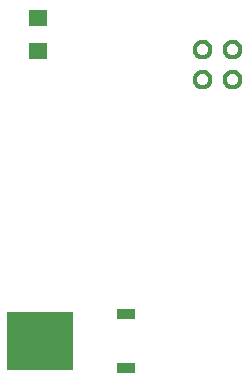
<source format=gtp>
G04 EAGLE Gerber X2 export*
%TF.Part,Single*%
%TF.FileFunction,Other,Top Paste*%
%TF.FilePolarity,Positive*%
%TF.GenerationSoftware,Autodesk,EAGLE,9.1.0*%
%TF.CreationDate,2018-12-28T14:04:56Z*%
G75*
%MOMM*%
%FSLAX34Y34*%
%LPD*%
%AMOC8*
5,1,8,0,0,1.08239X$1,22.5*%
G01*
%ADD10C,0.304800*%
%ADD11R,1.643000X1.440000*%
%ADD12R,5.692000X4.892000*%
%ADD13R,1.498400X0.898400*%


D10*
X176276Y398780D02*
X176278Y398942D01*
X176284Y399104D01*
X176294Y399266D01*
X176308Y399427D01*
X176326Y399588D01*
X176347Y399749D01*
X176373Y399909D01*
X176403Y400068D01*
X176436Y400227D01*
X176474Y400385D01*
X176515Y400541D01*
X176560Y400697D01*
X176609Y400852D01*
X176662Y401005D01*
X176719Y401157D01*
X176779Y401307D01*
X176843Y401456D01*
X176910Y401604D01*
X176981Y401749D01*
X177056Y401893D01*
X177134Y402035D01*
X177216Y402175D01*
X177301Y402313D01*
X177389Y402449D01*
X177481Y402583D01*
X177576Y402714D01*
X177674Y402843D01*
X177775Y402970D01*
X177879Y403094D01*
X177987Y403215D01*
X178097Y403334D01*
X178210Y403450D01*
X178326Y403563D01*
X178445Y403673D01*
X178566Y403781D01*
X178690Y403885D01*
X178817Y403986D01*
X178946Y404084D01*
X179077Y404179D01*
X179211Y404271D01*
X179347Y404359D01*
X179485Y404444D01*
X179625Y404526D01*
X179767Y404604D01*
X179911Y404679D01*
X180056Y404750D01*
X180204Y404817D01*
X180353Y404881D01*
X180503Y404941D01*
X180655Y404998D01*
X180808Y405051D01*
X180963Y405100D01*
X181119Y405145D01*
X181275Y405186D01*
X181433Y405224D01*
X181592Y405257D01*
X181751Y405287D01*
X181911Y405313D01*
X182072Y405334D01*
X182233Y405352D01*
X182394Y405366D01*
X182556Y405376D01*
X182718Y405382D01*
X182880Y405384D01*
X183042Y405382D01*
X183204Y405376D01*
X183366Y405366D01*
X183527Y405352D01*
X183688Y405334D01*
X183849Y405313D01*
X184009Y405287D01*
X184168Y405257D01*
X184327Y405224D01*
X184485Y405186D01*
X184641Y405145D01*
X184797Y405100D01*
X184952Y405051D01*
X185105Y404998D01*
X185257Y404941D01*
X185407Y404881D01*
X185556Y404817D01*
X185704Y404750D01*
X185849Y404679D01*
X185993Y404604D01*
X186135Y404526D01*
X186275Y404444D01*
X186413Y404359D01*
X186549Y404271D01*
X186683Y404179D01*
X186814Y404084D01*
X186943Y403986D01*
X187070Y403885D01*
X187194Y403781D01*
X187315Y403673D01*
X187434Y403563D01*
X187550Y403450D01*
X187663Y403334D01*
X187773Y403215D01*
X187881Y403094D01*
X187985Y402970D01*
X188086Y402843D01*
X188184Y402714D01*
X188279Y402583D01*
X188371Y402449D01*
X188459Y402313D01*
X188544Y402175D01*
X188626Y402035D01*
X188704Y401893D01*
X188779Y401749D01*
X188850Y401604D01*
X188917Y401456D01*
X188981Y401307D01*
X189041Y401157D01*
X189098Y401005D01*
X189151Y400852D01*
X189200Y400697D01*
X189245Y400541D01*
X189286Y400385D01*
X189324Y400227D01*
X189357Y400068D01*
X189387Y399909D01*
X189413Y399749D01*
X189434Y399588D01*
X189452Y399427D01*
X189466Y399266D01*
X189476Y399104D01*
X189482Y398942D01*
X189484Y398780D01*
X189482Y398618D01*
X189476Y398456D01*
X189466Y398294D01*
X189452Y398133D01*
X189434Y397972D01*
X189413Y397811D01*
X189387Y397651D01*
X189357Y397492D01*
X189324Y397333D01*
X189286Y397175D01*
X189245Y397019D01*
X189200Y396863D01*
X189151Y396708D01*
X189098Y396555D01*
X189041Y396403D01*
X188981Y396253D01*
X188917Y396104D01*
X188850Y395956D01*
X188779Y395811D01*
X188704Y395667D01*
X188626Y395525D01*
X188544Y395385D01*
X188459Y395247D01*
X188371Y395111D01*
X188279Y394977D01*
X188184Y394846D01*
X188086Y394717D01*
X187985Y394590D01*
X187881Y394466D01*
X187773Y394345D01*
X187663Y394226D01*
X187550Y394110D01*
X187434Y393997D01*
X187315Y393887D01*
X187194Y393779D01*
X187070Y393675D01*
X186943Y393574D01*
X186814Y393476D01*
X186683Y393381D01*
X186549Y393289D01*
X186413Y393201D01*
X186275Y393116D01*
X186135Y393034D01*
X185993Y392956D01*
X185849Y392881D01*
X185704Y392810D01*
X185556Y392743D01*
X185407Y392679D01*
X185257Y392619D01*
X185105Y392562D01*
X184952Y392509D01*
X184797Y392460D01*
X184641Y392415D01*
X184485Y392374D01*
X184327Y392336D01*
X184168Y392303D01*
X184009Y392273D01*
X183849Y392247D01*
X183688Y392226D01*
X183527Y392208D01*
X183366Y392194D01*
X183204Y392184D01*
X183042Y392178D01*
X182880Y392176D01*
X182718Y392178D01*
X182556Y392184D01*
X182394Y392194D01*
X182233Y392208D01*
X182072Y392226D01*
X181911Y392247D01*
X181751Y392273D01*
X181592Y392303D01*
X181433Y392336D01*
X181275Y392374D01*
X181119Y392415D01*
X180963Y392460D01*
X180808Y392509D01*
X180655Y392562D01*
X180503Y392619D01*
X180353Y392679D01*
X180204Y392743D01*
X180056Y392810D01*
X179911Y392881D01*
X179767Y392956D01*
X179625Y393034D01*
X179485Y393116D01*
X179347Y393201D01*
X179211Y393289D01*
X179077Y393381D01*
X178946Y393476D01*
X178817Y393574D01*
X178690Y393675D01*
X178566Y393779D01*
X178445Y393887D01*
X178326Y393997D01*
X178210Y394110D01*
X178097Y394226D01*
X177987Y394345D01*
X177879Y394466D01*
X177775Y394590D01*
X177674Y394717D01*
X177576Y394846D01*
X177481Y394977D01*
X177389Y395111D01*
X177301Y395247D01*
X177216Y395385D01*
X177134Y395525D01*
X177056Y395667D01*
X176981Y395811D01*
X176910Y395956D01*
X176843Y396104D01*
X176779Y396253D01*
X176719Y396403D01*
X176662Y396555D01*
X176609Y396708D01*
X176560Y396863D01*
X176515Y397019D01*
X176474Y397175D01*
X176436Y397333D01*
X176403Y397492D01*
X176373Y397651D01*
X176347Y397811D01*
X176326Y397972D01*
X176308Y398133D01*
X176294Y398294D01*
X176284Y398456D01*
X176278Y398618D01*
X176276Y398780D01*
X201657Y398780D02*
X201659Y398943D01*
X201665Y399105D01*
X201675Y399267D01*
X201689Y399429D01*
X201707Y399591D01*
X201729Y399752D01*
X201755Y399912D01*
X201784Y400072D01*
X201818Y400231D01*
X201855Y400389D01*
X201897Y400546D01*
X201942Y400703D01*
X201991Y400858D01*
X202044Y401011D01*
X202101Y401164D01*
X202161Y401315D01*
X202225Y401464D01*
X202293Y401612D01*
X202364Y401758D01*
X202439Y401902D01*
X202517Y402044D01*
X202599Y402185D01*
X202685Y402323D01*
X202773Y402460D01*
X202865Y402594D01*
X202960Y402725D01*
X203059Y402855D01*
X203160Y402982D01*
X203265Y403106D01*
X203373Y403228D01*
X203483Y403347D01*
X203597Y403463D01*
X203713Y403577D01*
X203832Y403687D01*
X203954Y403795D01*
X204078Y403900D01*
X204205Y404001D01*
X204335Y404100D01*
X204466Y404195D01*
X204600Y404287D01*
X204737Y404375D01*
X204875Y404461D01*
X205016Y404543D01*
X205158Y404621D01*
X205302Y404696D01*
X205448Y404767D01*
X205596Y404835D01*
X205745Y404899D01*
X205896Y404959D01*
X206049Y405016D01*
X206202Y405069D01*
X206357Y405118D01*
X206514Y405163D01*
X206671Y405205D01*
X206829Y405242D01*
X206988Y405276D01*
X207148Y405305D01*
X207308Y405331D01*
X207469Y405353D01*
X207631Y405371D01*
X207793Y405385D01*
X207955Y405395D01*
X208117Y405401D01*
X208280Y405403D01*
X208443Y405401D01*
X208605Y405395D01*
X208767Y405385D01*
X208929Y405371D01*
X209091Y405353D01*
X209252Y405331D01*
X209412Y405305D01*
X209572Y405276D01*
X209731Y405242D01*
X209889Y405205D01*
X210046Y405163D01*
X210203Y405118D01*
X210358Y405069D01*
X210511Y405016D01*
X210664Y404959D01*
X210815Y404899D01*
X210964Y404835D01*
X211112Y404767D01*
X211258Y404696D01*
X211402Y404621D01*
X211544Y404543D01*
X211685Y404461D01*
X211823Y404375D01*
X211960Y404287D01*
X212094Y404195D01*
X212225Y404100D01*
X212355Y404001D01*
X212482Y403900D01*
X212606Y403795D01*
X212728Y403687D01*
X212847Y403577D01*
X212963Y403463D01*
X213077Y403347D01*
X213187Y403228D01*
X213295Y403106D01*
X213400Y402982D01*
X213501Y402855D01*
X213600Y402725D01*
X213695Y402594D01*
X213787Y402460D01*
X213875Y402323D01*
X213961Y402185D01*
X214043Y402044D01*
X214121Y401902D01*
X214196Y401758D01*
X214267Y401612D01*
X214335Y401464D01*
X214399Y401315D01*
X214459Y401164D01*
X214516Y401011D01*
X214569Y400858D01*
X214618Y400703D01*
X214663Y400546D01*
X214705Y400389D01*
X214742Y400231D01*
X214776Y400072D01*
X214805Y399912D01*
X214831Y399752D01*
X214853Y399591D01*
X214871Y399429D01*
X214885Y399267D01*
X214895Y399105D01*
X214901Y398943D01*
X214903Y398780D01*
X214901Y398617D01*
X214895Y398455D01*
X214885Y398293D01*
X214871Y398131D01*
X214853Y397969D01*
X214831Y397808D01*
X214805Y397648D01*
X214776Y397488D01*
X214742Y397329D01*
X214705Y397171D01*
X214663Y397014D01*
X214618Y396857D01*
X214569Y396702D01*
X214516Y396549D01*
X214459Y396396D01*
X214399Y396245D01*
X214335Y396096D01*
X214267Y395948D01*
X214196Y395802D01*
X214121Y395658D01*
X214043Y395516D01*
X213961Y395375D01*
X213875Y395237D01*
X213787Y395100D01*
X213695Y394966D01*
X213600Y394835D01*
X213501Y394705D01*
X213400Y394578D01*
X213295Y394454D01*
X213187Y394332D01*
X213077Y394213D01*
X212963Y394097D01*
X212847Y393983D01*
X212728Y393873D01*
X212606Y393765D01*
X212482Y393660D01*
X212355Y393559D01*
X212225Y393460D01*
X212094Y393365D01*
X211960Y393273D01*
X211823Y393185D01*
X211685Y393099D01*
X211544Y393017D01*
X211402Y392939D01*
X211258Y392864D01*
X211112Y392793D01*
X210964Y392725D01*
X210815Y392661D01*
X210664Y392601D01*
X210511Y392544D01*
X210358Y392491D01*
X210203Y392442D01*
X210046Y392397D01*
X209889Y392355D01*
X209731Y392318D01*
X209572Y392284D01*
X209412Y392255D01*
X209252Y392229D01*
X209091Y392207D01*
X208929Y392189D01*
X208767Y392175D01*
X208605Y392165D01*
X208443Y392159D01*
X208280Y392157D01*
X208117Y392159D01*
X207955Y392165D01*
X207793Y392175D01*
X207631Y392189D01*
X207469Y392207D01*
X207308Y392229D01*
X207148Y392255D01*
X206988Y392284D01*
X206829Y392318D01*
X206671Y392355D01*
X206514Y392397D01*
X206357Y392442D01*
X206202Y392491D01*
X206049Y392544D01*
X205896Y392601D01*
X205745Y392661D01*
X205596Y392725D01*
X205448Y392793D01*
X205302Y392864D01*
X205158Y392939D01*
X205016Y393017D01*
X204875Y393099D01*
X204737Y393185D01*
X204600Y393273D01*
X204466Y393365D01*
X204335Y393460D01*
X204205Y393559D01*
X204078Y393660D01*
X203954Y393765D01*
X203832Y393873D01*
X203713Y393983D01*
X203597Y394097D01*
X203483Y394213D01*
X203373Y394332D01*
X203265Y394454D01*
X203160Y394578D01*
X203059Y394705D01*
X202960Y394835D01*
X202865Y394966D01*
X202773Y395100D01*
X202685Y395237D01*
X202599Y395375D01*
X202517Y395516D01*
X202439Y395658D01*
X202364Y395802D01*
X202293Y395948D01*
X202225Y396096D01*
X202161Y396245D01*
X202101Y396396D01*
X202044Y396549D01*
X201991Y396702D01*
X201942Y396857D01*
X201897Y397014D01*
X201855Y397171D01*
X201818Y397329D01*
X201784Y397488D01*
X201755Y397648D01*
X201729Y397808D01*
X201707Y397969D01*
X201689Y398131D01*
X201675Y398293D01*
X201665Y398455D01*
X201659Y398617D01*
X201657Y398780D01*
X176276Y424180D02*
X176278Y424342D01*
X176284Y424504D01*
X176294Y424666D01*
X176308Y424827D01*
X176326Y424988D01*
X176347Y425149D01*
X176373Y425309D01*
X176403Y425468D01*
X176436Y425627D01*
X176474Y425785D01*
X176515Y425941D01*
X176560Y426097D01*
X176609Y426252D01*
X176662Y426405D01*
X176719Y426557D01*
X176779Y426707D01*
X176843Y426856D01*
X176910Y427004D01*
X176981Y427149D01*
X177056Y427293D01*
X177134Y427435D01*
X177216Y427575D01*
X177301Y427713D01*
X177389Y427849D01*
X177481Y427983D01*
X177576Y428114D01*
X177674Y428243D01*
X177775Y428370D01*
X177879Y428494D01*
X177987Y428615D01*
X178097Y428734D01*
X178210Y428850D01*
X178326Y428963D01*
X178445Y429073D01*
X178566Y429181D01*
X178690Y429285D01*
X178817Y429386D01*
X178946Y429484D01*
X179077Y429579D01*
X179211Y429671D01*
X179347Y429759D01*
X179485Y429844D01*
X179625Y429926D01*
X179767Y430004D01*
X179911Y430079D01*
X180056Y430150D01*
X180204Y430217D01*
X180353Y430281D01*
X180503Y430341D01*
X180655Y430398D01*
X180808Y430451D01*
X180963Y430500D01*
X181119Y430545D01*
X181275Y430586D01*
X181433Y430624D01*
X181592Y430657D01*
X181751Y430687D01*
X181911Y430713D01*
X182072Y430734D01*
X182233Y430752D01*
X182394Y430766D01*
X182556Y430776D01*
X182718Y430782D01*
X182880Y430784D01*
X183042Y430782D01*
X183204Y430776D01*
X183366Y430766D01*
X183527Y430752D01*
X183688Y430734D01*
X183849Y430713D01*
X184009Y430687D01*
X184168Y430657D01*
X184327Y430624D01*
X184485Y430586D01*
X184641Y430545D01*
X184797Y430500D01*
X184952Y430451D01*
X185105Y430398D01*
X185257Y430341D01*
X185407Y430281D01*
X185556Y430217D01*
X185704Y430150D01*
X185849Y430079D01*
X185993Y430004D01*
X186135Y429926D01*
X186275Y429844D01*
X186413Y429759D01*
X186549Y429671D01*
X186683Y429579D01*
X186814Y429484D01*
X186943Y429386D01*
X187070Y429285D01*
X187194Y429181D01*
X187315Y429073D01*
X187434Y428963D01*
X187550Y428850D01*
X187663Y428734D01*
X187773Y428615D01*
X187881Y428494D01*
X187985Y428370D01*
X188086Y428243D01*
X188184Y428114D01*
X188279Y427983D01*
X188371Y427849D01*
X188459Y427713D01*
X188544Y427575D01*
X188626Y427435D01*
X188704Y427293D01*
X188779Y427149D01*
X188850Y427004D01*
X188917Y426856D01*
X188981Y426707D01*
X189041Y426557D01*
X189098Y426405D01*
X189151Y426252D01*
X189200Y426097D01*
X189245Y425941D01*
X189286Y425785D01*
X189324Y425627D01*
X189357Y425468D01*
X189387Y425309D01*
X189413Y425149D01*
X189434Y424988D01*
X189452Y424827D01*
X189466Y424666D01*
X189476Y424504D01*
X189482Y424342D01*
X189484Y424180D01*
X189482Y424018D01*
X189476Y423856D01*
X189466Y423694D01*
X189452Y423533D01*
X189434Y423372D01*
X189413Y423211D01*
X189387Y423051D01*
X189357Y422892D01*
X189324Y422733D01*
X189286Y422575D01*
X189245Y422419D01*
X189200Y422263D01*
X189151Y422108D01*
X189098Y421955D01*
X189041Y421803D01*
X188981Y421653D01*
X188917Y421504D01*
X188850Y421356D01*
X188779Y421211D01*
X188704Y421067D01*
X188626Y420925D01*
X188544Y420785D01*
X188459Y420647D01*
X188371Y420511D01*
X188279Y420377D01*
X188184Y420246D01*
X188086Y420117D01*
X187985Y419990D01*
X187881Y419866D01*
X187773Y419745D01*
X187663Y419626D01*
X187550Y419510D01*
X187434Y419397D01*
X187315Y419287D01*
X187194Y419179D01*
X187070Y419075D01*
X186943Y418974D01*
X186814Y418876D01*
X186683Y418781D01*
X186549Y418689D01*
X186413Y418601D01*
X186275Y418516D01*
X186135Y418434D01*
X185993Y418356D01*
X185849Y418281D01*
X185704Y418210D01*
X185556Y418143D01*
X185407Y418079D01*
X185257Y418019D01*
X185105Y417962D01*
X184952Y417909D01*
X184797Y417860D01*
X184641Y417815D01*
X184485Y417774D01*
X184327Y417736D01*
X184168Y417703D01*
X184009Y417673D01*
X183849Y417647D01*
X183688Y417626D01*
X183527Y417608D01*
X183366Y417594D01*
X183204Y417584D01*
X183042Y417578D01*
X182880Y417576D01*
X182718Y417578D01*
X182556Y417584D01*
X182394Y417594D01*
X182233Y417608D01*
X182072Y417626D01*
X181911Y417647D01*
X181751Y417673D01*
X181592Y417703D01*
X181433Y417736D01*
X181275Y417774D01*
X181119Y417815D01*
X180963Y417860D01*
X180808Y417909D01*
X180655Y417962D01*
X180503Y418019D01*
X180353Y418079D01*
X180204Y418143D01*
X180056Y418210D01*
X179911Y418281D01*
X179767Y418356D01*
X179625Y418434D01*
X179485Y418516D01*
X179347Y418601D01*
X179211Y418689D01*
X179077Y418781D01*
X178946Y418876D01*
X178817Y418974D01*
X178690Y419075D01*
X178566Y419179D01*
X178445Y419287D01*
X178326Y419397D01*
X178210Y419510D01*
X178097Y419626D01*
X177987Y419745D01*
X177879Y419866D01*
X177775Y419990D01*
X177674Y420117D01*
X177576Y420246D01*
X177481Y420377D01*
X177389Y420511D01*
X177301Y420647D01*
X177216Y420785D01*
X177134Y420925D01*
X177056Y421067D01*
X176981Y421211D01*
X176910Y421356D01*
X176843Y421504D01*
X176779Y421653D01*
X176719Y421803D01*
X176662Y421955D01*
X176609Y422108D01*
X176560Y422263D01*
X176515Y422419D01*
X176474Y422575D01*
X176436Y422733D01*
X176403Y422892D01*
X176373Y423051D01*
X176347Y423211D01*
X176326Y423372D01*
X176308Y423533D01*
X176294Y423694D01*
X176284Y423856D01*
X176278Y424018D01*
X176276Y424180D01*
X201657Y424180D02*
X201659Y424343D01*
X201665Y424505D01*
X201675Y424667D01*
X201689Y424829D01*
X201707Y424991D01*
X201729Y425152D01*
X201755Y425312D01*
X201784Y425472D01*
X201818Y425631D01*
X201855Y425789D01*
X201897Y425946D01*
X201942Y426103D01*
X201991Y426258D01*
X202044Y426411D01*
X202101Y426564D01*
X202161Y426715D01*
X202225Y426864D01*
X202293Y427012D01*
X202364Y427158D01*
X202439Y427302D01*
X202517Y427444D01*
X202599Y427585D01*
X202685Y427723D01*
X202773Y427860D01*
X202865Y427994D01*
X202960Y428125D01*
X203059Y428255D01*
X203160Y428382D01*
X203265Y428506D01*
X203373Y428628D01*
X203483Y428747D01*
X203597Y428863D01*
X203713Y428977D01*
X203832Y429087D01*
X203954Y429195D01*
X204078Y429300D01*
X204205Y429401D01*
X204335Y429500D01*
X204466Y429595D01*
X204600Y429687D01*
X204737Y429775D01*
X204875Y429861D01*
X205016Y429943D01*
X205158Y430021D01*
X205302Y430096D01*
X205448Y430167D01*
X205596Y430235D01*
X205745Y430299D01*
X205896Y430359D01*
X206049Y430416D01*
X206202Y430469D01*
X206357Y430518D01*
X206514Y430563D01*
X206671Y430605D01*
X206829Y430642D01*
X206988Y430676D01*
X207148Y430705D01*
X207308Y430731D01*
X207469Y430753D01*
X207631Y430771D01*
X207793Y430785D01*
X207955Y430795D01*
X208117Y430801D01*
X208280Y430803D01*
X208443Y430801D01*
X208605Y430795D01*
X208767Y430785D01*
X208929Y430771D01*
X209091Y430753D01*
X209252Y430731D01*
X209412Y430705D01*
X209572Y430676D01*
X209731Y430642D01*
X209889Y430605D01*
X210046Y430563D01*
X210203Y430518D01*
X210358Y430469D01*
X210511Y430416D01*
X210664Y430359D01*
X210815Y430299D01*
X210964Y430235D01*
X211112Y430167D01*
X211258Y430096D01*
X211402Y430021D01*
X211544Y429943D01*
X211685Y429861D01*
X211823Y429775D01*
X211960Y429687D01*
X212094Y429595D01*
X212225Y429500D01*
X212355Y429401D01*
X212482Y429300D01*
X212606Y429195D01*
X212728Y429087D01*
X212847Y428977D01*
X212963Y428863D01*
X213077Y428747D01*
X213187Y428628D01*
X213295Y428506D01*
X213400Y428382D01*
X213501Y428255D01*
X213600Y428125D01*
X213695Y427994D01*
X213787Y427860D01*
X213875Y427723D01*
X213961Y427585D01*
X214043Y427444D01*
X214121Y427302D01*
X214196Y427158D01*
X214267Y427012D01*
X214335Y426864D01*
X214399Y426715D01*
X214459Y426564D01*
X214516Y426411D01*
X214569Y426258D01*
X214618Y426103D01*
X214663Y425946D01*
X214705Y425789D01*
X214742Y425631D01*
X214776Y425472D01*
X214805Y425312D01*
X214831Y425152D01*
X214853Y424991D01*
X214871Y424829D01*
X214885Y424667D01*
X214895Y424505D01*
X214901Y424343D01*
X214903Y424180D01*
X214901Y424017D01*
X214895Y423855D01*
X214885Y423693D01*
X214871Y423531D01*
X214853Y423369D01*
X214831Y423208D01*
X214805Y423048D01*
X214776Y422888D01*
X214742Y422729D01*
X214705Y422571D01*
X214663Y422414D01*
X214618Y422257D01*
X214569Y422102D01*
X214516Y421949D01*
X214459Y421796D01*
X214399Y421645D01*
X214335Y421496D01*
X214267Y421348D01*
X214196Y421202D01*
X214121Y421058D01*
X214043Y420916D01*
X213961Y420775D01*
X213875Y420637D01*
X213787Y420500D01*
X213695Y420366D01*
X213600Y420235D01*
X213501Y420105D01*
X213400Y419978D01*
X213295Y419854D01*
X213187Y419732D01*
X213077Y419613D01*
X212963Y419497D01*
X212847Y419383D01*
X212728Y419273D01*
X212606Y419165D01*
X212482Y419060D01*
X212355Y418959D01*
X212225Y418860D01*
X212094Y418765D01*
X211960Y418673D01*
X211823Y418585D01*
X211685Y418499D01*
X211544Y418417D01*
X211402Y418339D01*
X211258Y418264D01*
X211112Y418193D01*
X210964Y418125D01*
X210815Y418061D01*
X210664Y418001D01*
X210511Y417944D01*
X210358Y417891D01*
X210203Y417842D01*
X210046Y417797D01*
X209889Y417755D01*
X209731Y417718D01*
X209572Y417684D01*
X209412Y417655D01*
X209252Y417629D01*
X209091Y417607D01*
X208929Y417589D01*
X208767Y417575D01*
X208605Y417565D01*
X208443Y417559D01*
X208280Y417557D01*
X208117Y417559D01*
X207955Y417565D01*
X207793Y417575D01*
X207631Y417589D01*
X207469Y417607D01*
X207308Y417629D01*
X207148Y417655D01*
X206988Y417684D01*
X206829Y417718D01*
X206671Y417755D01*
X206514Y417797D01*
X206357Y417842D01*
X206202Y417891D01*
X206049Y417944D01*
X205896Y418001D01*
X205745Y418061D01*
X205596Y418125D01*
X205448Y418193D01*
X205302Y418264D01*
X205158Y418339D01*
X205016Y418417D01*
X204875Y418499D01*
X204737Y418585D01*
X204600Y418673D01*
X204466Y418765D01*
X204335Y418860D01*
X204205Y418959D01*
X204078Y419060D01*
X203954Y419165D01*
X203832Y419273D01*
X203713Y419383D01*
X203597Y419497D01*
X203483Y419613D01*
X203373Y419732D01*
X203265Y419854D01*
X203160Y419978D01*
X203059Y420105D01*
X202960Y420235D01*
X202865Y420366D01*
X202773Y420500D01*
X202685Y420637D01*
X202599Y420775D01*
X202517Y420916D01*
X202439Y421058D01*
X202364Y421202D01*
X202293Y421348D01*
X202225Y421496D01*
X202161Y421645D01*
X202101Y421796D01*
X202044Y421949D01*
X201991Y422102D01*
X201942Y422257D01*
X201897Y422414D01*
X201855Y422571D01*
X201818Y422729D01*
X201784Y422888D01*
X201755Y423048D01*
X201729Y423208D01*
X201707Y423369D01*
X201689Y423531D01*
X201675Y423693D01*
X201665Y423855D01*
X201659Y424017D01*
X201657Y424180D01*
D11*
X43815Y422660D03*
X43815Y451100D03*
D12*
X44850Y177800D03*
D13*
X117850Y155000D03*
X117850Y200600D03*
M02*

</source>
